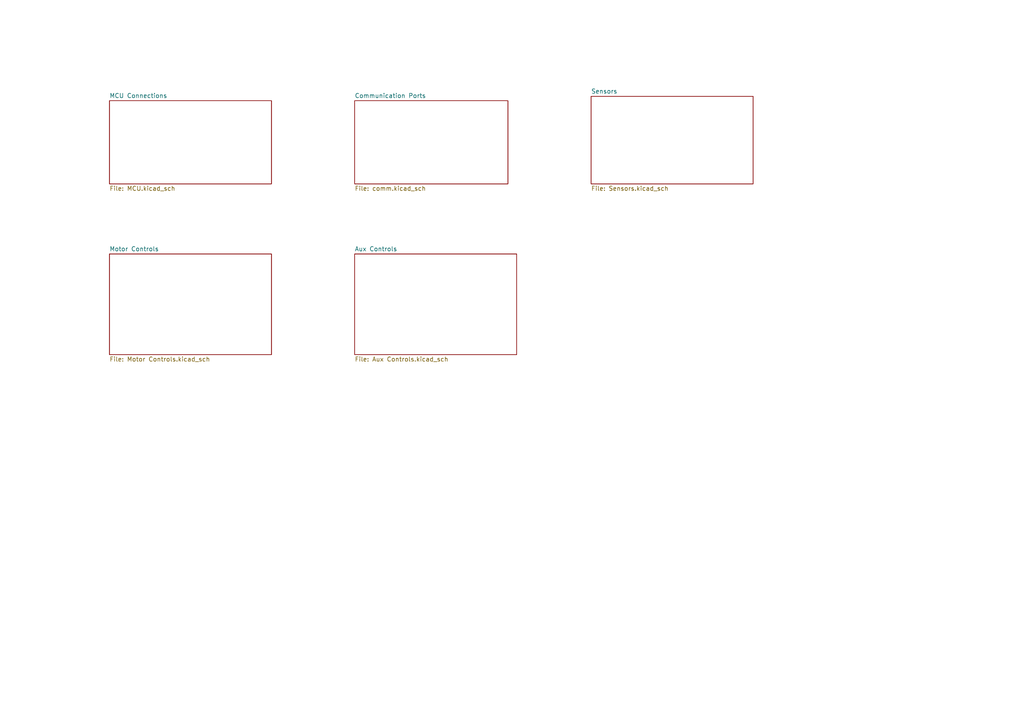
<source format=kicad_sch>
(kicad_sch
	(version 20231120)
	(generator "eeschema")
	(generator_version "8.0")
	(uuid "6b719a6f-98b6-4640-9cd1-4a8629bcea26")
	(paper "A4")
	(lib_symbols)
	(sheet
		(at 102.87 73.66)
		(size 46.99 29.21)
		(fields_autoplaced yes)
		(stroke
			(width 0.1524)
			(type solid)
		)
		(fill
			(color 0 0 0 0.0000)
		)
		(uuid "010e4e56-64fe-415a-a30e-6124d1d894a8")
		(property "Sheetname" "Aux Controls"
			(at 102.87 72.9484 0)
			(effects
				(font
					(size 1.27 1.27)
				)
				(justify left bottom)
			)
		)
		(property "Sheetfile" "Aux Controls.kicad_sch"
			(at 102.87 103.4546 0)
			(effects
				(font
					(size 1.27 1.27)
				)
				(justify left top)
			)
		)
		(instances
			(project "Control board"
				(path "/6b719a6f-98b6-4640-9cd1-4a8629bcea26"
					(page "6")
				)
			)
		)
	)
	(sheet
		(at 171.45 27.94)
		(size 46.99 25.4)
		(fields_autoplaced yes)
		(stroke
			(width 0.1524)
			(type solid)
		)
		(fill
			(color 0 0 0 0.0000)
		)
		(uuid "242afb16-88c6-4866-9e7e-c177618609e8")
		(property "Sheetname" "Sensors"
			(at 171.45 27.2284 0)
			(effects
				(font
					(size 1.27 1.27)
				)
				(justify left bottom)
			)
		)
		(property "Sheetfile" "Sensors.kicad_sch"
			(at 171.45 53.9246 0)
			(effects
				(font
					(size 1.27 1.27)
				)
				(justify left top)
			)
		)
		(instances
			(project "Control board"
				(path "/6b719a6f-98b6-4640-9cd1-4a8629bcea26"
					(page "4")
				)
			)
		)
	)
	(sheet
		(at 102.87 29.21)
		(size 44.45 24.13)
		(fields_autoplaced yes)
		(stroke
			(width 0.1524)
			(type solid)
		)
		(fill
			(color 0 0 0 0.0000)
		)
		(uuid "6cb8dcaa-5968-4b6a-90d9-ca005aaa6642")
		(property "Sheetname" "Communication Ports"
			(at 102.87 28.4984 0)
			(effects
				(font
					(size 1.27 1.27)
				)
				(justify left bottom)
			)
		)
		(property "Sheetfile" "comm.kicad_sch"
			(at 102.87 53.9246 0)
			(effects
				(font
					(size 1.27 1.27)
				)
				(justify left top)
			)
		)
		(instances
			(project "Control board"
				(path "/6b719a6f-98b6-4640-9cd1-4a8629bcea26"
					(page "3")
				)
			)
		)
	)
	(sheet
		(at 31.75 73.66)
		(size 46.99 29.21)
		(fields_autoplaced yes)
		(stroke
			(width 0.1524)
			(type solid)
		)
		(fill
			(color 0 0 0 0.0000)
		)
		(uuid "d64b07ae-3958-4ac4-a495-4edea55e25ad")
		(property "Sheetname" "Motor Controls"
			(at 31.75 72.9484 0)
			(effects
				(font
					(size 1.27 1.27)
				)
				(justify left bottom)
			)
		)
		(property "Sheetfile" "Motor Controls.kicad_sch"
			(at 31.75 103.4546 0)
			(effects
				(font
					(size 1.27 1.27)
				)
				(justify left top)
			)
		)
		(instances
			(project "Control board"
				(path "/6b719a6f-98b6-4640-9cd1-4a8629bcea26"
					(page "5")
				)
			)
		)
	)
	(sheet
		(at 31.75 29.21)
		(size 46.99 24.13)
		(fields_autoplaced yes)
		(stroke
			(width 0.1524)
			(type solid)
		)
		(fill
			(color 0 0 0 0.0000)
		)
		(uuid "dd37768b-be07-4657-bfc8-cbf39240dfbc")
		(property "Sheetname" "MCU Connections"
			(at 31.75 28.4984 0)
			(effects
				(font
					(size 1.27 1.27)
				)
				(justify left bottom)
			)
		)
		(property "Sheetfile" "MCU.kicad_sch"
			(at 31.75 53.9246 0)
			(effects
				(font
					(size 1.27 1.27)
				)
				(justify left top)
			)
		)
		(instances
			(project "Control board"
				(path "/6b719a6f-98b6-4640-9cd1-4a8629bcea26"
					(page "2")
				)
			)
		)
	)
	(sheet_instances
		(path "/"
			(page "1")
		)
	)
)

</source>
